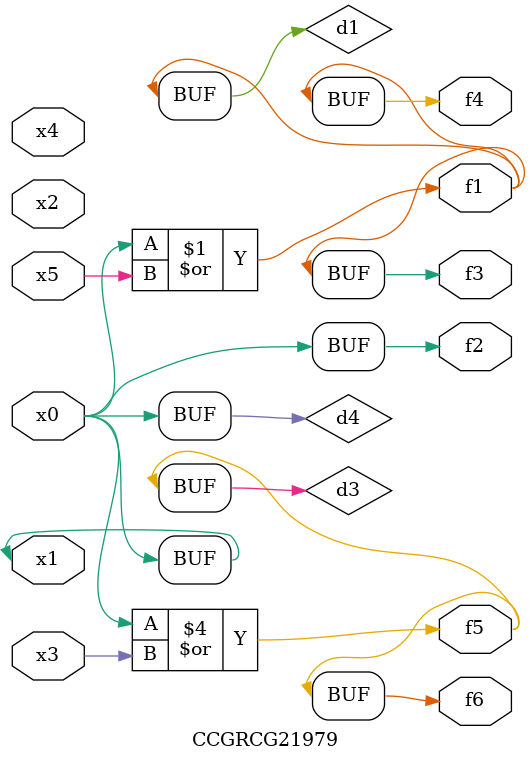
<source format=v>
module CCGRCG21979(
	input x0, x1, x2, x3, x4, x5,
	output f1, f2, f3, f4, f5, f6
);

	wire d1, d2, d3, d4;

	or (d1, x0, x5);
	xnor (d2, x1, x4);
	or (d3, x0, x3);
	buf (d4, x0, x1);
	assign f1 = d1;
	assign f2 = d4;
	assign f3 = d1;
	assign f4 = d1;
	assign f5 = d3;
	assign f6 = d3;
endmodule

</source>
